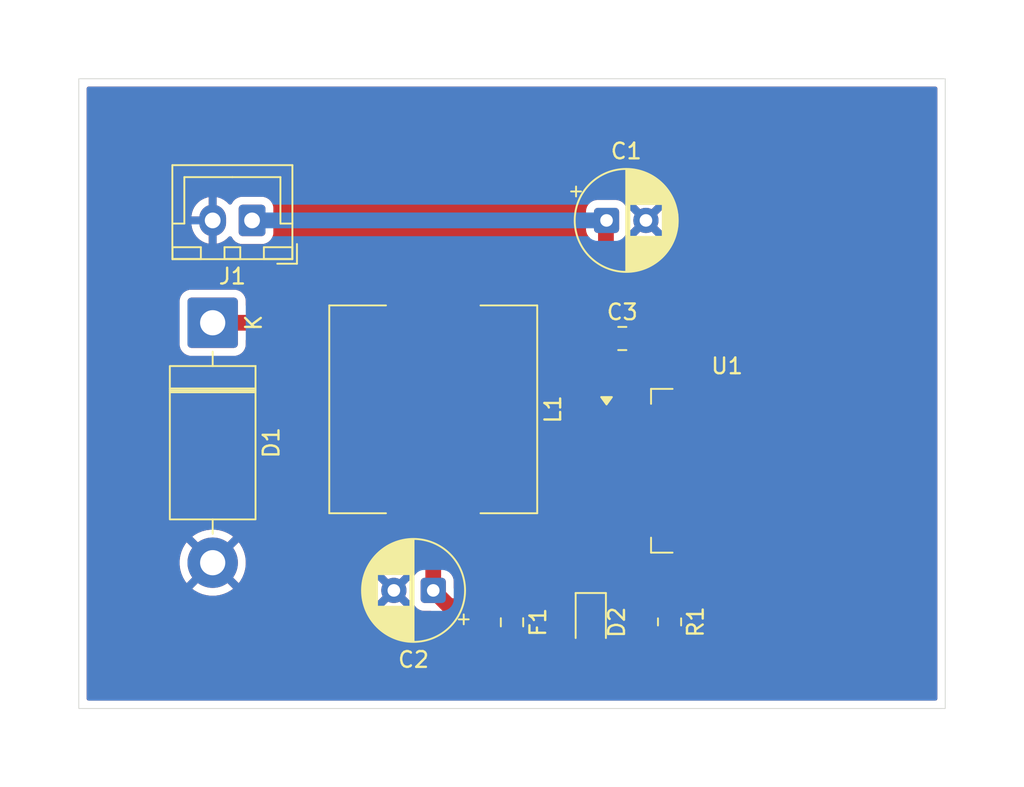
<source format=kicad_pcb>
(kicad_pcb (version 20241229) (generator "pcbnew") (generator_version "9.0")
  (layers (0 "F.Cu" signal) (2 "B.Cu" signal) (13 "F.Paste" user) (15 "B.Paste" user) (5 "F.SilkS" user "F.Silkscreen") (7 "B.SilkS" user "B.Silkscreen") (1 "F.Mask" user) (3 "B.Mask" user) (25 "Edge.Cuts" user))
  (net 0 "")
  (net 1 "GND")
  (net 2 "+12V")
  (net 3 "Net-(U1-FB)")
  (net 4 "Net-(D1-K)")
  (net 5 "+5V")
  (net 6 "Net-(D2-K)")
  (footprint "Package_TO_SOT_SMD:TO-263-5_TabPin3" (layer "F.Cu") (at 106.15 84.9)
    (property "Reference" "U1" (at 0 -6.65 0) (layer "F.SilkS"))
    (property "Value" "LM2575-5.0BU")
    (fp_line (start -4.825 -5.2) (end -4.825 -4.25) (stroke (width 0.12)) (layer "F.SilkS"))
    (fp_line (start -4.825 5.2) (end -4.825 4.25) (stroke (width 0.12)) (layer "F.SilkS"))
    (fp_line (start -3.46 -5.2) (end -4.825 -5.2) (stroke (width 0.12)) (layer "F.SilkS"))
    (fp_line (start -3.46 5.2) (end -4.825 5.2) (stroke (width 0.12)) (layer "F.SilkS"))
    (fp_poly (pts (xy -7.65 -4.21) (xy -7.99 -4.68) (xy -7.31 -4.68)) (stroke (width 0.12)) (fill yes) (layer "F.SilkS"))
    (pad "1" smd roundrect (at -7.65 -3.4) (size 4.6 1.1) (layers "F.Cu" "F.Mask" "F.Paste") (roundrect_rratio 0.227273) (net 2 "+12V"))
    (pad "2" smd roundrect (at -7.65 -1.7) (size 4.6 1.1) (layers "F.Cu" "F.Mask" "F.Paste") (roundrect_rratio 0.227273) (net 4 "Net-(D1-K)"))
    (pad "3" smd roundrect (at -7.65 0) (size 4.6 1.1) (layers "F.Cu" "F.Mask" "F.Paste") (roundrect_rratio 0.227273) (net 1 "GND"))
    (pad "3" smd roundrect (at 1.5 0) (size 9.4 10.8) (layers "F.Cu" "F.Mask") (roundrect_rratio 0.026596) (net 1 "GND"))
    (pad "4" smd roundrect (at -7.65 1.7) (size 4.6 1.1) (layers "F.Cu" "F.Mask" "F.Paste") (roundrect_rratio 0.227273) (net 3 "Net-(U1-FB)"))
    (pad "5" smd roundrect (at -7.65 3.4) (size 4.6 1.1) (layers "F.Cu" "F.Mask" "F.Paste") (roundrect_rratio 0.227273) (net 1 "GND"))
  )
  (footprint "Connector_JST:JST_XH_B2B-XH-A_1x02_P2.50mm_Vertical" (layer "F.Cu") (at 76 69 180)
    (property "Reference" "J1" (at 1.25 -3.55 0) (layer "F.SilkS"))
    (property "Value" "Conn_01x02")
    (fp_line (start 5.06 3.51) (end 5.06 -2.46) (stroke (width 0.12)) (layer "F.SilkS"))
    (fp_line (start 5.06 -2.46) (end -2.56 -2.46) (stroke (width 0.12)) (layer "F.SilkS"))
    (fp_line (start 5.05 -0.2) (end 4.3 -0.2) (stroke (width 0.12)) (layer "F.SilkS"))
    (fp_line (start 5.05 -1.7) (end 5.05 -2.45) (stroke (width 0.12)) (layer "F.SilkS"))
    (fp_line (start 5.05 -2.45) (end 3.25 -2.45) (stroke (width 0.12)) (layer "F.SilkS"))
    (fp_line (start 4.3 2.75) (end 1.25 2.75) (stroke (width 0.12)) (layer "F.SilkS"))
    (fp_line (start 4.3 -0.2) (end 4.3 2.75) (stroke (width 0.12)) (layer "F.SilkS"))
    (fp_line (start 3.25 -1.7) (end 5.05 -1.7) (stroke (width 0.12)) (layer "F.SilkS"))
    (fp_line (start 3.25 -2.45) (end 3.25 -1.7) (stroke (width 0.12)) (layer "F.SilkS"))
    (fp_line (start 1.75 -1.7) (end 1.75 -2.45) (stroke (width 0.12)) (layer "F.SilkS"))
    (fp_line (start 1.75 -2.45) (end 0.75 -2.45) (stroke (width 0.12)) (layer "F.SilkS"))
    (fp_line (start 0.75 -1.7) (end 1.75 -1.7) (stroke (width 0.12)) (layer "F.SilkS"))
    (fp_line (start 0.75 -2.45) (end 0.75 -1.7) (stroke (width 0.12)) (layer "F.SilkS"))
    (fp_line (start -0.75 -1.7) (end -0.75 -2.45) (stroke (width 0.12)) (layer "F.SilkS"))
    (fp_line (start -0.75 -2.45) (end -2.55 -2.45) (stroke (width 0.12)) (layer "F.SilkS"))
    (fp_line (start -1.6 -2.75) (end -2.85 -2.75) (stroke (width 0.12)) (layer "F.SilkS"))
    (fp_line (start -1.8 2.75) (end 1.25 2.75) (stroke (width 0.12)) (layer "F.SilkS"))
    (fp_line (start -1.8 -0.2) (end -1.8 2.75) (stroke (width 0.12)) (layer "F.SilkS"))
    (fp_line (start -2.55 -0.2) (end -1.8 -0.2) (stroke (width 0.12)) (layer "F.SilkS"))
    (fp_line (start -2.55 -1.7) (end -0.75 -1.7) (stroke (width 0.12)) (layer "F.SilkS"))
    (fp_line (start -2.55 -2.45) (end -2.55 -1.7) (stroke (width 0.12)) (layer "F.SilkS"))
    (fp_line (start -2.56 3.51) (end 5.06 3.51) (stroke (width 0.12)) (layer "F.SilkS"))
    (fp_line (start -2.56 -2.46) (end -2.56 3.51) (stroke (width 0.12)) (layer "F.SilkS"))
    (fp_line (start -2.85 -2.75) (end -2.85 -1.5) (stroke (width 0.12)) (layer "F.SilkS"))
    (pad "1" thru_hole roundrect (at 0 0 180) (size 1.7 2) (drill 1) (layers "*.Cu" "*.Mask") (roundrect_rratio 0.147059) (net 2 "+12V"))
    (pad "2" thru_hole oval (at 2.5 0 180) (size 1.7 2) (drill 1) (layers "*.Cu" "*.Mask") (net 1 "GND"))
  )
  (footprint "Diode_SMD:D_0805_2012Metric_Pad1.15x1.40mm_HandSolder" (layer "F.Cu") (at 97.5 94.525 -90)
    (property "Reference" "D2" (at 0 -1.65 90) (layer "F.SilkS"))
    (property "Value" "LED")
    (fp_line (start -1.86 0.96) (end 1 0.96) (stroke (width 0.12)) (layer "F.SilkS"))
    (fp_line (start -1.86 -0.96) (end -1.86 0.96) (stroke (width 0.12)) (layer "F.SilkS"))
    (fp_line (start 1 -0.96) (end -1.86 -0.96) (stroke (width 0.12)) (layer "F.SilkS"))
    (pad "1" smd roundrect (at -1.025 0 270) (size 1.15 1.4) (layers "F.Cu" "F.Mask" "F.Paste") (roundrect_rratio 0.217391) (net 6 "Net-(D2-K)"))
    (pad "2" smd roundrect (at 1.025 0 270) (size 1.15 1.4) (layers "F.Cu" "F.Mask" "F.Paste") (roundrect_rratio 0.217391) (net 5 "+5V"))
  )
  (footprint "Diode_THT:D_DO-201AD_P15.24mm_Horizontal" (layer "F.Cu") (at 73.5 75.5 -90)
    (property "Reference" "D1" (at 7.62 -3.72 90) (layer "F.SilkS"))
    (property "Value" "1N5822")
    (fp_line (start 1.84 0) (end 2.75 0) (stroke (width 0.12)) (layer "F.SilkS"))
    (fp_line (start 13.4 0) (end 12.49 0) (stroke (width 0.12)) (layer "F.SilkS"))
    (fp_line (start 4.175 -2.72) (end 4.175 2.72) (stroke (width 0.12)) (layer "F.SilkS"))
    (fp_line (start 4.295 -2.72) (end 4.295 2.72) (stroke (width 0.12)) (layer "F.SilkS"))
    (fp_line (start 4.415 -2.72) (end 4.415 2.72) (stroke (width 0.12)) (layer "F.SilkS"))
    (fp_rect (start 2.75 -2.72) (end 12.49 2.72) (stroke (width 0.12)) (fill no) (layer "F.SilkS"))
    (fp_text user "K" (at 0 -2.6 90) (layer "F.SilkS"))
    (pad "1" thru_hole roundrect (at 0 0 270) (size 3.2 3.2) (drill 1.6) (layers "*.Cu" "*.Mask") (roundrect_rratio 0.078125) (net 4 "Net-(D1-K)"))
    (pad "2" thru_hole circle (at 15.24 0 270) (size 3.2 3.2) (drill 1.6) (layers "*.Cu" "*.Mask") (net 1 "GND"))
  )
  (footprint "Fuse:Fuse_0805_2012Metric_Pad1.15x1.40mm_HandSolder" (layer "F.Cu") (at 92.5 94.525 -90)
    (property "Reference" "F1" (at 0 -1.65 90) (layer "F.SilkS"))
    (property "Value" "Fuse")
    (fp_line (start -0.261252 0.71) (end 0.261252 0.71) (stroke (width 0.12)) (layer "F.SilkS"))
    (fp_line (start -0.261252 -0.71) (end 0.261252 -0.71) (stroke (width 0.12)) (layer "F.SilkS"))
    (pad "1" smd roundrect (at -1.025 0 270) (size 1.15 1.4) (layers "F.Cu" "F.Mask" "F.Paste") (roundrect_rratio 0.217391) (net 3 "Net-(U1-FB)"))
    (pad "2" smd roundrect (at 1.025 0 270) (size 1.15 1.4) (layers "F.Cu" "F.Mask" "F.Paste") (roundrect_rratio 0.217391) (net 5 "+5V"))
  )
  (footprint "Resistor_SMD:R_0805_2012Metric_Pad1.20x1.40mm_HandSolder" (layer "F.Cu") (at 102.5 94.5 -90)
    (property "Reference" "R1" (at 0 -1.65 90) (layer "F.SilkS"))
    (property "Value" "1k")
    (fp_line (start -0.227064 0.735) (end 0.227064 0.735) (stroke (width 0.12)) (layer "F.SilkS"))
    (fp_line (start -0.227064 -0.735) (end 0.227064 -0.735) (stroke (width 0.12)) (layer "F.SilkS"))
    (pad "1" smd roundrect (at -1 0 270) (size 1.2 1.4) (layers "F.Cu" "F.Mask" "F.Paste") (roundrect_rratio 0.208333) (net 6 "Net-(D2-K)"))
    (pad "2" smd roundrect (at 1 0 270) (size 1.2 1.4) (layers "F.Cu" "F.Mask" "F.Paste") (roundrect_rratio 0.208333) (net 1 "GND"))
  )
  (footprint "Capacitor_SMD:C_0805_2012Metric_Pad1.18x1.45mm_HandSolder" (layer "F.Cu") (at 99.5 76.5)
    (property "Reference" "C3" (at 0 -1.68 0) (layer "F.SilkS"))
    (property "Value" "100nF")
    (fp_line (start -0.261252 -0.735) (end 0.261252 -0.735) (stroke (width 0.12)) (layer "F.SilkS"))
    (fp_line (start -0.261252 0.735) (end 0.261252 0.735) (stroke (width 0.12)) (layer "F.SilkS"))
    (pad "1" smd roundrect (at -1.0375 0) (size 1.175 1.45) (layers "F.Cu" "F.Mask" "F.Paste") (roundrect_rratio 0.212766) (net 2 "+12V"))
    (pad "2" smd roundrect (at 1.0375 0) (size 1.175 1.45) (layers "F.Cu" "F.Mask" "F.Paste") (roundrect_rratio 0.212766) (net 1 "GND"))
  )
  (footprint "Inductor_SMD:L_Neosid_SM-NE127_HandSoldering" (layer "F.Cu") (at 87.5 81 -90)
    (property "Reference" "L1" (at 0 -7.6 90) (layer "F.SilkS"))
    (property "Value" "330uH")
    (fp_line (start -6.6 6.6) (end -6.6 3) (stroke (width 0.12)) (layer "F.SilkS"))
    (fp_line (start 6.6 6.6) (end -6.6 6.6) (stroke (width 0.12)) (layer "F.SilkS"))
    (fp_line (start 6.6 3) (end 6.6 6.6) (stroke (width 0.12)) (layer "F.SilkS"))
    (fp_line (start -6.6 -3) (end -6.6 -6.6) (stroke (width 0.12)) (layer "F.SilkS"))
    (fp_line (start -6.6 -6.6) (end 6.6 -6.6) (stroke (width 0.12)) (layer "F.SilkS"))
    (fp_line (start 6.6 -6.6) (end 6.6 -3) (stroke (width 0.12)) (layer "F.SilkS"))
    (pad "1" smd rect (at -5.5 0 270) (size 3.9 5.4) (layers "F.Cu" "F.Mask" "F.Paste") (net 4 "Net-(D1-K)"))
    (pad "2" smd rect (at 5.5 0 270) (size 3.9 5.4) (layers "F.Cu" "F.Mask" "F.Paste") (net 3 "Net-(U1-FB)"))
  )
  (footprint "Capacitor_THT:CP_Radial_D6.3mm_P2.50mm" (layer "F.Cu") (at 87.5 92.5 180)
    (property "Reference" "C2" (at 1.25 -4.4 0) (layer "F.SilkS"))
    (property "Value" "330uF")
    (fp_line (start 4.49 -0.402) (end 4.49 0.402) (stroke (width 0.12)) (layer "F.SilkS"))
    (fp_line (start 4.45 -0.633) (end 4.45 0.633) (stroke (width 0.12)) (layer "F.SilkS"))
    (fp_line (start 4.41 -0.801) (end 4.41 0.801) (stroke (width 0.12)) (layer "F.SilkS"))
    (fp_line (start 4.37 -0.939) (end 4.37 0.939) (stroke (width 0.12)) (layer "F.SilkS"))
    (fp_line (start 4.33 -1.058) (end 4.33 1.058) (stroke (width 0.12)) (layer "F.SilkS"))
    (fp_line (start 4.29 -1.165) (end 4.29 1.165) (stroke (width 0.12)) (layer "F.SilkS"))
    (fp_line (start 4.25 -1.261) (end 4.25 1.261) (stroke (width 0.12)) (layer "F.SilkS"))
    (fp_line (start 4.21 -1.35) (end 4.21 1.35) (stroke (width 0.12)) (layer "F.SilkS"))
    (fp_line (start 4.17 -1.432) (end 4.17 1.432) (stroke (width 0.12)) (layer "F.SilkS"))
    (fp_line (start 4.13 -1.509) (end 4.13 1.509) (stroke (width 0.12)) (layer "F.SilkS"))
    (fp_line (start 4.09 -1.581) (end 4.09 1.581) (stroke (width 0.12)) (layer "F.SilkS"))
    (fp_line (start 4.05 -1.649) (end 4.05 1.649) (stroke (width 0.12)) (layer "F.SilkS"))
    (fp_line (start 4.01 -1.714) (end 4.01 1.714) (stroke (width 0.12)) (layer "F.SilkS"))
    (fp_line (start 3.97 -1.775) (end 3.97 1.775) (stroke (width 0.12)) (layer "F.SilkS"))
    (fp_line (start 3.93 -1.834) (end 3.93 1.834) (stroke (width 0.12)) (layer "F.SilkS"))
    (fp_line (start 3.89 -1.89) (end 3.89 1.89) (stroke (width 0.12)) (layer "F.SilkS"))
    (fp_line (start 3.85 -1.943) (end 3.85 1.943) (stroke (width 0.12)) (layer "F.SilkS"))
    (fp_line (start 3.81 -1.995) (end 3.81 1.995) (stroke (width 0.12)) (layer "F.SilkS"))
    (fp_line (start 3.77 -2.044) (end 3.77 2.044) (stroke (width 0.12)) (layer "F.SilkS"))
    (fp_line (start 3.73 -2.091) (end 3.73 2.091) (stroke (width 0.12)) (layer "F.SilkS"))
    (fp_line (start 3.69 -2.137) (end 3.69 2.137) (stroke (width 0.12)) (layer "F.SilkS"))
    (fp_line (start 3.65 -2.181) (end 3.65 2.181) (stroke (width 0.12)) (layer "F.SilkS"))
    (fp_line (start 3.61 -2.223) (end 3.61 2.223) (stroke (width 0.12)) (layer "F.SilkS"))
    (fp_line (start 3.57 -2.264) (end 3.57 2.264) (stroke (width 0.12)) (layer "F.SilkS"))
    (fp_line (start 3.53 1.04) (end 3.53 2.304) (stroke (width 0.12)) (layer "F.SilkS"))
    (fp_line (start 3.53 -2.304) (end 3.53 -1.04) (stroke (width 0.12)) (layer "F.SilkS"))
    (fp_line (start 3.49 1.04) (end 3.49 2.342) (stroke (width 0.12)) (layer "F.SilkS"))
    (fp_line (start 3.49 -2.342) (end 3.49 -1.04) (stroke (width 0.12)) (layer "F.SilkS"))
    (fp_line (start 3.45 1.04) (end 3.45 2.379) (stroke (width 0.12)) (layer "F.SilkS"))
    (fp_line (start 3.45 -2.379) (end 3.45 -1.04) (stroke (width 0.12)) (layer "F.SilkS"))
    (fp_line (start 3.41 1.04) (end 3.41 2.415) (stroke (width 0.12)) (layer "F.SilkS"))
    (fp_line (start 3.41 -2.415) (end 3.41 -1.04) (stroke (width 0.12)) (layer "F.SilkS"))
    (fp_line (start 3.37 1.04) (end 3.37 2.45) (stroke (width 0.12)) (layer "F.SilkS"))
    (fp_line (start 3.37 -2.45) (end 3.37 -1.04) (stroke (width 0.12)) (layer "F.SilkS"))
    (fp_line (start 3.33 1.04) (end 3.33 2.483) (stroke (width 0.12)) (layer "F.SilkS"))
    (fp_line (start 3.33 -2.483) (end 3.33 -1.04) (stroke (width 0.12)) (layer "F.SilkS"))
    (fp_line (start 3.29 1.04) (end 3.29 2.516) (stroke (width 0.12)) (layer "F.SilkS"))
    (fp_line (start 3.29 -2.516) (end 3.29 -1.04) (stroke (width 0.12)) (layer "F.SilkS"))
    (fp_line (start 3.25 1.04) (end 3.25 2.547) (stroke (width 0.12)) (layer "F.SilkS"))
    (fp_line (start 3.25 -2.547) (end 3.25 -1.04) (stroke (width 0.12)) (layer "F.SilkS"))
    (fp_line (start 3.21 1.04) (end 3.21 2.577) (stroke (width 0.12)) (layer "F.SilkS"))
    (fp_line (start 3.21 -2.577) (end 3.21 -1.04) (stroke (width 0.12)) (layer "F.SilkS"))
    (fp_line (start 3.17 1.04) (end 3.17 2.607) (stroke (width 0.12)) (layer "F.SilkS"))
    (fp_line (start 3.17 -2.607) (end 3.17 -1.04) (stroke (width 0.12)) (layer "F.SilkS"))
    (fp_line (start 3.13 1.04) (end 3.13 2.636) (stroke (width 0.12)) (layer "F.SilkS"))
    (fp_line (start 3.13 -2.636) (end 3.13 -1.04) (stroke (width 0.12)) (layer "F.SilkS"))
    (fp_line (start 3.09 1.04) (end 3.09 2.663) (stroke (width 0.12)) (layer "F.SilkS"))
    (fp_line (start 3.09 -2.663) (end 3.09 -1.04) (stroke (width 0.12)) (layer "F.SilkS"))
    (fp_line (start 3.05 1.04) (end 3.05 2.69) (stroke (width 0.12)) (layer "F.SilkS"))
    (fp_line (start 3.05 -2.69) (end 3.05 -1.04) (stroke (width 0.12)) (layer "F.SilkS"))
    (fp_line (start 3.01 1.04) (end 3.01 2.716) (stroke (width 0.12)) (layer "F.SilkS"))
    (fp_line (start 3.01 -2.716) (end 3.01 -1.04) (stroke (width 0.12)) (layer "F.SilkS"))
    (fp_line (start 2.97 1.04) (end 2.97 2.741) (stroke (width 0.12)) (layer "F.SilkS"))
    (fp_line (start 2.97 -2.741) (end 2.97 -1.04) (stroke (width 0.12)) (layer "F.SilkS"))
    (fp_line (start 2.93 1.04) (end 2.93 2.765) (stroke (width 0.12)) (layer "F.SilkS"))
    (fp_line (start 2.93 -2.765) (end 2.93 -1.04) (stroke (width 0.12)) (layer "F.SilkS"))
    (fp_line (start 2.89 1.04) (end 2.89 2.789) (stroke (width 0.12)) (layer "F.SilkS"))
    (fp_line (start 2.89 -2.789) (end 2.89 -1.04) (stroke (width 0.12)) (layer "F.SilkS"))
    (fp_line (start 2.85 1.04) (end 2.85 2.812) (stroke (width 0.12)) (layer "F.SilkS"))
    (fp_line (start 2.85 -2.812) (end 2.85 -1.04) (stroke (width 0.12)) (layer "F.SilkS"))
    (fp_line (start 2.81 1.04) (end 2.81 2.834) (stroke (width 0.12)) (layer "F.SilkS"))
    (fp_line (start 2.81 -2.834) (end 2.81 -1.04) (stroke (width 0.12)) (layer "F.SilkS"))
    (fp_line (start 2.77 1.04) (end 2.77 2.855) (stroke (width 0.12)) (layer "F.SilkS"))
    (fp_line (start 2.77 -2.855) (end 2.77 -1.04) (stroke (width 0.12)) (layer "F.SilkS"))
    (fp_line (start 2.73 1.04) (end 2.73 2.876) (stroke (width 0.12)) (layer "F.SilkS"))
    (fp_line (start 2.73 -2.876) (end 2.73 -1.04) (stroke (width 0.12)) (layer "F.SilkS"))
    (fp_line (start 2.69 1.04) (end 2.69 2.896) (stroke (width 0.12)) (layer "F.SilkS"))
    (fp_line (start 2.69 -2.896) (end 2.69 -1.04) (stroke (width 0.12)) (layer "F.SilkS"))
    (fp_line (start 2.65 1.04) (end 2.65 2.915) (stroke (width 0.12)) (layer "F.SilkS"))
    (fp_line (start 2.65 -2.915) (end 2.65 -1.04) (stroke (width 0.12)) (layer "F.SilkS"))
    (fp_line (start 2.61 1.04) (end 2.61 2.934) (stroke (width 0.12)) (layer "F.SilkS"))
    (fp_line (start 2.61 -2.934) (end 2.61 -1.04) (stroke (width 0.12)) (layer "F.SilkS"))
    (fp_line (start 2.57 1.04) (end 2.57 2.952) (stroke (width 0.12)) (layer "F.SilkS"))
    (fp_line (start 2.57 -2.952) (end 2.57 -1.04) (stroke (width 0.12)) (layer "F.SilkS"))
    (fp_line (start 2.53 1.04) (end 2.53 2.969) (stroke (width 0.12)) (layer "F.SilkS"))
    (fp_line (start 2.53 -2.969) (end 2.53 -1.04) (stroke (width 0.12)) (layer "F.SilkS"))
    (fp_line (start 2.49 1.04) (end 2.49 2.986) (stroke (width 0.12)) (layer "F.SilkS"))
    (fp_line (start 2.49 -2.986) (end 2.49 -1.04) (stroke (width 0.12)) (layer "F.SilkS"))
    (fp_line (start 2.45 1.04) (end 2.45 3.002) (stroke (width 0.12)) (layer "F.SilkS"))
    (fp_line (start 2.45 -3.002) (end 2.45 -1.04) (stroke (width 0.12)) (layer "F.SilkS"))
    (fp_line (start 2.41 1.04) (end 2.41 3.017) (stroke (width 0.12)) (layer "F.SilkS"))
    (fp_line (start 2.41 -3.017) (end 2.41 -1.04) (stroke (width 0.12)) (layer "F.SilkS"))
    (fp_line (start 2.37 1.04) (end 2.37 3.032) (stroke (width 0.12)) (layer "F.SilkS"))
    (fp_line (start 2.37 -3.032) (end 2.37 -1.04) (stroke (width 0.12)) (layer "F.SilkS"))
    (fp_line (start 2.33 1.04) (end 2.33 3.047) (stroke (width 0.12)) (layer "F.SilkS"))
    (fp_line (start 2.33 -3.047) (end 2.33 -1.04) (stroke (width 0.12)) (layer "F.SilkS"))
    (fp_line (start 2.29 1.04) (end 2.29 3.06) (stroke (width 0.12)) (layer "F.SilkS"))
    (fp_line (start 2.29 -3.06) (end 2.29 -1.04) (stroke (width 0.12)) (layer "F.SilkS"))
    (fp_line (start 2.25 1.04) (end 2.25 3.073) (stroke (width 0.12)) (layer "F.SilkS"))
    (fp_line (start 2.25 -3.073) (end 2.25 -1.04) (stroke (width 0.12)) (layer "F.SilkS"))
    (fp_line (start 2.21 1.04) (end 2.21 3.086) (stroke (width 0.12)) (layer "F.SilkS"))
    (fp_line (start 2.21 -3.086) (end 2.21 -1.04) (stroke (width 0.12)) (layer "F.SilkS"))
    (fp_line (start 2.17 1.04) (end 2.17 3.098) (stroke (width 0.12)) (layer "F.SilkS"))
    (fp_line (start 2.17 -3.098) (end 2.17 -1.04) (stroke (width 0.12)) (layer "F.SilkS"))
    (fp_line (start 2.13 1.04) (end 2.13 3.109) (stroke (width 0.12)) (layer "F.SilkS"))
    (fp_line (start 2.13 -3.109) (end 2.13 -1.04) (stroke (width 0.12)) (layer "F.SilkS"))
    (fp_line (start 2.09 1.04) (end 2.09 3.12) (stroke (width 0.12)) (layer "F.SilkS"))
    (fp_line (start 2.09 -3.12) (end 2.09 -1.04) (stroke (width 0.12)) (layer "F.SilkS"))
    (fp_line (start 2.05 1.04) (end 2.05 3.131) (stroke (width 0.12)) (layer "F.SilkS"))
    (fp_line (start 2.05 -3.131) (end 2.05 -1.04) (stroke (width 0.12)) (layer "F.SilkS"))
    (fp_line (start 2.01 1.04) (end 2.01 3.14) (stroke (width 0.12)) (layer "F.SilkS"))
    (fp_line (start 2.01 -3.14) (end 2.01 -1.04) (stroke (width 0.12)) (layer "F.SilkS"))
    (fp_line (start 1.97 1.04) (end 1.97 3.15) (stroke (width 0.12)) (layer "F.SilkS"))
    (fp_line (start 1.97 -3.15) (end 1.97 -1.04) (stroke (width 0.12)) (layer "F.SilkS"))
    (fp_line (start 1.93 1.04) (end 1.93 3.159) (stroke (width 0.12)) (layer "F.SilkS"))
    (fp_line (start 1.93 -3.159) (end 1.93 -1.04) (stroke (width 0.12)) (layer "F.SilkS"))
    (fp_line (start 1.89 1.04) (end 1.89 3.167) (stroke (width 0.12)) (layer "F.SilkS"))
    (fp_line (start 1.89 -3.167) (end 1.89 -1.04) (stroke (width 0.12)) (layer "F.SilkS"))
    (fp_line (start 1.85 1.04) (end 1.85 3.174) (stroke (width 0.12)) (layer "F.SilkS"))
    (fp_line (start 1.85 -3.174) (end 1.85 -1.04) (stroke (width 0.12)) (layer "F.SilkS"))
    (fp_line (start 1.81 1.04) (end 1.81 3.182) (stroke (width 0.12)) (layer "F.SilkS"))
    (fp_line (start 1.81 -3.182) (end 1.81 -1.04) (stroke (width 0.12)) (layer "F.SilkS"))
    (fp_line (start 1.77 1.04) (end 1.77 3.188) (stroke (width 0.12)) (layer "F.SilkS"))
    (fp_line (start 1.77 -3.188) (end 1.77 -1.04) (stroke (width 0.12)) (layer "F.SilkS"))
    (fp_line (start 1.73 1.04) (end 1.73 3.195) (stroke (width 0.12)) (layer "F.SilkS"))
    (fp_line (start 1.73 -3.195) (end 1.73 -1.04) (stroke (width 0.12)) (layer "F.SilkS"))
    (fp_line (start 1.69 1.04) (end 1.69 3.2) (stroke (width 0.12)) (layer "F.SilkS"))
    (fp_line (start 1.69 -3.2) (end 1.69 -1.04) (stroke (width 0.12)) (layer "F.SilkS"))
    (fp_line (start 1.65 1.04) (end 1.65 3.205) (stroke (width 0.12)) (layer "F.SilkS"))
    (fp_line (start 1.65 -3.205) (end 1.65 -1.04) (stroke (width 0.12)) (layer "F.SilkS"))
    (fp_line (start 1.61 1.04) (end 1.61 3.21) (stroke (width 0.12)) (layer "F.SilkS"))
    (fp_line (start 1.61 -3.21) (end 1.61 -1.04) (stroke (width 0.12)) (layer "F.SilkS"))
    (fp_line (start 1.57 1.04) (end 1.57 3.214) (stroke (width 0.12)) (layer "F.SilkS"))
    (fp_line (start 1.57 -3.214) (end 1.57 -1.04) (stroke (width 0.12)) (layer "F.SilkS"))
    (fp_line (start 1.53 1.04) (end 1.53 3.218) (stroke (width 0.12)) (layer "F.SilkS"))
    (fp_line (start 1.53 -3.218) (end 1.53 -1.04) (stroke (width 0.12)) (layer "F.SilkS"))
    (fp_line (start 1.49 1.04) (end 1.49 3.221) (stroke (width 0.12)) (layer "F.SilkS"))
    (fp_line (start 1.49 -3.221) (end 1.49 -1.04) (stroke (width 0.12)) (layer "F.SilkS"))
    (fp_line (start 1.45 -3.224) (end 1.45 3.224) (stroke (width 0.12)) (layer "F.SilkS"))
    (fp_line (start 1.41 -3.226) (end 1.41 3.226) (stroke (width 0.12)) (layer "F.SilkS"))
    (fp_line (start 1.37 -3.228) (end 1.37 3.228) (stroke (width 0.12)) (layer "F.SilkS"))
    (fp_line (start 1.33 -3.229) (end 1.33 3.229) (stroke (width 0.12)) (layer "F.SilkS"))
    (fp_line (start 1.29 -3.23) (end 1.29 3.23) (stroke (width 0.12)) (layer "F.SilkS"))
    (fp_line (start 1.25 -3.23) (end 1.25 3.23) (stroke (width 0.12)) (layer "F.SilkS"))
    (fp_line (start -1.935241 -2.154) (end -1.935241 -1.524) (stroke (width 0.12)) (layer "F.SilkS"))
    (fp_line (start -2.250241 -1.839) (end -1.620241 -1.839) (stroke (width 0.12)) (layer "F.SilkS"))
    (fp_circle (center 1.25 0) (end 4.52 0) (stroke (width 0.12)) (fill no) (layer "F.SilkS"))
    (pad "1" thru_hole roundrect (at 0 0 180) (size 1.6 1.6) (drill 0.8) (layers "*.Cu" "*.Mask") (roundrect_rratio 0.15625) (net 3 "Net-(U1-FB)"))
    (pad "2" thru_hole circle (at 2.5 0 180) (size 1.6 1.6) (drill 0.8) (layers "*.Cu" "*.Mask") (net 1 "GND"))
  )
  (footprint "Capacitor_THT:CP_Radial_D6.3mm_P2.50mm" (layer "F.Cu") (at 98.5 69)
    (property "Reference" "C1" (at 1.25 -4.4 0) (layer "F.SilkS"))
    (property "Value" "100uF")
    (fp_line (start -2.250241 -1.839) (end -1.620241 -1.839) (stroke (width 0.12)) (layer "F.SilkS"))
    (fp_line (start -1.935241 -2.154) (end -1.935241 -1.524) (stroke (width 0.12)) (layer "F.SilkS"))
    (fp_line (start 1.25 -3.23) (end 1.25 3.23) (stroke (width 0.12)) (layer "F.SilkS"))
    (fp_line (start 1.29 -3.23) (end 1.29 3.23) (stroke (width 0.12)) (layer "F.SilkS"))
    (fp_line (start 1.33 -3.229) (end 1.33 3.229) (stroke (width 0.12)) (layer "F.SilkS"))
    (fp_line (start 1.37 -3.228) (end 1.37 3.228) (stroke (width 0.12)) (layer "F.SilkS"))
    (fp_line (start 1.41 -3.226) (end 1.41 3.226) (stroke (width 0.12)) (layer "F.SilkS"))
    (fp_line (start 1.45 -3.224) (end 1.45 3.224) (stroke (width 0.12)) (layer "F.SilkS"))
    (fp_line (start 1.49 -3.221) (end 1.49 -1.04) (stroke (width 0.12)) (layer "F.SilkS"))
    (fp_line (start 1.49 1.04) (end 1.49 3.221) (stroke (width 0.12)) (layer "F.SilkS"))
    (fp_line (start 1.53 -3.218) (end 1.53 -1.04) (stroke (width 0.12)) (layer "F.SilkS"))
    (fp_line (start 1.53 1.04) (end 1.53 3.218) (stroke (width 0.12)) (layer "F.SilkS"))
    (fp_line (start 1.57 -3.214) (end 1.57 -1.04) (stroke (width 0.12)) (layer "F.SilkS"))
    (fp_line (start 1.57 1.04) (end 1.57 3.214) (stroke (width 0.12)) (layer "F.SilkS"))
    (fp_line (start 1.61 -3.21) (end 1.61 -1.04) (stroke (width 0.12)) (layer "F.SilkS"))
    (fp_line (start 1.61 1.04) (end 1.61 3.21) (stroke (width 0.12)) (layer "F.SilkS"))
    (fp_line (start 1.65 -3.205) (end 1.65 -1.04) (stroke (width 0.12)) (layer "F.SilkS"))
    (fp_line (start 1.65 1.04) (end 1.65 3.205) (stroke (width 0.12)) (layer "F.SilkS"))
    (fp_line (start 1.69 -3.2) (end 1.69 -1.04) (stroke (width 0.12)) (layer "F.SilkS"))
    (fp_line (start 1.69 1.04) (end 1.69 3.2) (stroke (width 0.12)) (layer "F.SilkS"))
    (fp_line (start 1.73 -3.195) (end 1.73 -1.04) (stroke (width 0.12)) (layer "F.SilkS"))
    (fp_line (start 1.73 1.04) (end 1.73 3.195) (stroke (width 0.12)) (layer "F.SilkS"))
    (fp_line (start 1.77 -3.188) (end 1.77 -1.04) (stroke (width 0.12)) (layer "F.SilkS"))
    (fp_line (start 1.77 1.04) (end 1.77 3.188) (stroke (width 0.12)) (layer "F.SilkS"))
    (fp_line (start 1.81 -3.182) (end 1.81 -1.04) (stroke (width 0.12)) (layer "F.SilkS"))
    (fp_line (start 1.81 1.04) (end 1.81 3.182) (stroke (width 0.12)) (layer "F.SilkS"))
    (fp_line (start 1.85 -3.174) (end 1.85 -1.04) (stroke (width 0.12)) (layer "F.SilkS"))
    (fp_line (start 1.85 1.04) (end 1.85 3.174) (stroke (width 0.12)) (layer "F.SilkS"))
    (fp_line (start 1.89 -3.167) (end 1.89 -1.04) (stroke (width 0.12)) (layer "F.SilkS"))
    (fp_line (start 1.89 1.04) (end 1.89 3.167) (stroke (width 0.12)) (layer "F.SilkS"))
    (fp_line (start 1.93 -3.159) (end 1.93 -1.04) (stroke (width 0.12)) (layer "F.SilkS"))
    (fp_line (start 1.93 1.04) (end 1.93 3.159) (stroke (width 0.12)) (layer "F.SilkS"))
    (fp_line (start 1.97 -3.15) (end 1.97 -1.04) (stroke (width 0.12)) (layer "F.SilkS"))
    (fp_line (start 1.97 1.04) (end 1.97 3.15) (stroke (width 0.12)) (layer "F.SilkS"))
    (fp_line (start 2.01 -3.14) (end 2.01 -1.04) (stroke (width 0.12)) (layer "F.SilkS"))
    (fp_line (start 2.01 1.04) (end 2.01 3.14) (stroke (width 0.12)) (layer "F.SilkS"))
    (fp_line (start 2.05 -3.131) (end 2.05 -1.04) (stroke (width 0.12)) (layer "F.SilkS"))
    (fp_line (start 2.05 1.04) (end 2.05 3.131) (stroke (width 0.12)) (layer "F.SilkS"))
    (fp_line (start 2.09 -3.12) (end 2.09 -1.04) (stroke (width 0.12)) (layer "F.SilkS"))
    (fp_line (start 2.09 1.04) (end 2.09 3.12) (stroke (width 0.12)) (layer "F.SilkS"))
    (fp_line (start 2.13 -3.109) (end 2.13 -1.04) (stroke (width 0.12)) (layer "F.SilkS"))
    (fp_line (start 2.13 1.04) (end 2.13 3.109) (stroke (width 0.12)) (layer "F.SilkS"))
    (fp_line (start 2.17 -3.098) (end 2.17 -1.04) (stroke (width 0.12)) (layer "F.SilkS"))
    (fp_line (start 2.17 1.04) (end 2.17 3.098) (stroke (width 0.12)) (layer "F.SilkS"))
    (fp_line (start 2.21 -3.086) (end 2.21 -1.04) (stroke (width 0.12)) (layer "F.SilkS"))
    (fp_line (start 2.21 1.04) (end 2.21 3.086) (stroke (width 0.12)) (layer "F.SilkS"))
    (fp_line (start 2.25 -3.073) (end 2.25 -1.04) (stroke (width 0.12)) (layer "F.SilkS"))
    (fp_line (start 2.25 1.04) (end 2.25 3.073) (stroke (width 0.12)) (layer "F.SilkS"))
    (fp_line (start 2.29 -3.06) (end 2.29 -1.04) (stroke (width 0.12)) (layer "F.SilkS"))
    (fp_line (start 2.29 1.04) (end 2.29 3.06) (stroke (width 0.12)) (layer "F.SilkS"))
    (fp_line (start 2.33 -3.047) (end 2.33 -1.04) (stroke (width 0.12)) (layer "F.SilkS"))
    (fp_line (start 2.33 1.04) (end 2.33 3.047) (stroke (width 0.12)) (layer "F.SilkS"))
    (fp_line (start 2.37 -3.032) (end 2.37 -1.04) (stroke (width 0.12)) (layer "F.SilkS"))
    (fp_line (start 2.37 1.04) (end 2.37 3.032) (stroke (width 0.12)) (layer "F.SilkS"))
    (fp_line (start 2.41 -3.017) (end 2.41 -1.04) (stroke (width 0.12)) (layer "F.SilkS"))
    (fp_line (start 2.41 1.04) (end 2.41 3.017) (stroke (width 0.12)) (layer "F.SilkS"))
    (fp_line (start 2.45 -3.002) (end 2.45 -1.04) (stroke (width 0.12)) (layer "F.SilkS"))
    (fp_line (start 2.45 1.04) (end 2.45 3.002) (stroke (width 0.12)) (layer "F.SilkS"))
    (fp_line (start 2.49 -2.986) (end 2.49 -1.04) (stroke (width 0.12)) (layer "F.SilkS"))
    (fp_line (start 2.49 1.04) (end 2.49 2.986) (stroke (width 0.12)) (layer "F.SilkS"))
    (fp_line (start 2.53 -2.969) (end 2.53 -1.04) (stroke (width 0.12)) (layer "F.SilkS"))
    (fp_line (start 2.53 1.04) (end 2.53 2.969) (stroke (width 0.12)) (layer "F.SilkS"))
    (fp_line (start 2.57 -2.952) (end 2.57 -1.04) (stroke (width 0.12)) (layer "F.SilkS"))
    (fp_line (start 2.57 1.04) (end 2.57 2.952) (stroke (width 0.12)) (layer "F.SilkS"))
    (fp_line (start 2.61 -2.934) (end 2.61 -1.04) (stroke (width 0.12)) (layer "F.SilkS"))
    (fp_line (start 2.61 1.04) (end 2.61 2.934) (stroke (width 0.12)) (layer "F.SilkS"))
    (fp_line (start 2.65 -2.915) (end 2.65 -1.04) (stroke (width 0.12)) (layer "F.SilkS"))
    (fp_line (start 2.65 1.04) (end 2.65 2.915) (stroke (width 0.12)) (layer "F.SilkS"))
    (fp_line (start 2.69 -2.896) (end 2.69 -1.04) (stroke (width 0.12)) (layer "F.SilkS"))
    (fp_line (start 2.69 1.04) (end 2.69 2.896) (stroke (width 0.12)) (layer "F.SilkS"))
    (fp_line (start 2.73 -2.876) (end 2.73 -1.04) (stroke (width 0.12)) (layer "F.SilkS"))
    (fp_line (start 2.73 1.04) (end 2.73 2.876) (stroke (width 0.12)) (layer "F.SilkS"))
    (fp_line (start 2.77 -2.855) (end 2.77 -1.04) (stroke (width 0.12)) (layer "F.SilkS"))
    (fp_line (start 2.77 1.04) (end 2.77 2.855) (stroke (width 0.12)) (layer "F.SilkS"))
    (fp_line (start 2.81 -2.834) (end 2.81 -1.04) (stroke (width 0.12)) (layer "F.SilkS"))
    (fp_line (start 2.81 1.04) (end 2.81 2.834) (stroke (width 0.12)) (layer "F.SilkS"))
    (fp_line (start 2.85 -2.812) (end 2.85 -1.04) (stroke (width 0.12)) (layer "F.SilkS"))
    (fp_line (start 2.85 1.04) (end 2.85 2.812) (stroke (width 0.12)) (layer "F.SilkS"))
    (fp_line (start 2.89 -2.789) (end 2.89 -1.04) (stroke (width 0.12)) (layer "F.SilkS"))
    (fp_line (start 2.89 1.04) (end 2.89 2.789) (stroke (width 0.12)) (layer "F.SilkS"))
    (fp_line (start 2.93 -2.765) (end 2.93 -1.04) (stroke (width 0.12)) (layer "F.SilkS"))
    (fp_line (start 2.93 1.04) (end 2.93 2.765) (stroke (width 0.12)) (layer "F.SilkS"))
    (fp_line (start 2.97 -2.741) (end 2.97 -1.04) (stroke (width 0.12)) (layer "F.SilkS"))
    (fp_line (start 2.97 1.04) (end 2.97 2.741) (stroke (width 0.12)) (layer "F.SilkS"))
    (fp_line (start 3.01 -2.716) (end 3.01 -1.04) (stroke (width 0.12)) (layer "F.SilkS"))
    (fp_line (start 3.01 1.04) (end 3.01 2.716) (stroke (width 0.12)) (layer "F.SilkS"))
    (fp_line (start 3.05 -2.69) (end 3.05 -1.04) (stroke (width 0.12)) (layer "F.SilkS"))
    (fp_line (start 3.05 1.04) (end 3.05 2.69) (stroke (width 0.12)) (layer "F.SilkS"))
    (fp_line (start 3.09 -2.663) (end 3.09 -1.04) (stroke (width 0.12)) (layer "F.SilkS"))
    (fp_line (start 3.09 1.04) (end 3.09 2.663) (stroke (width 0.12)) (layer "F.SilkS"))
    (fp_line (start 3.13 -2.636) (end 3.13 -1.04) (stroke (width 0.12)) (layer "F.SilkS"))
    (fp_line (start 3.13 1.04) (end 3.13 2.636) (stroke (width 0.12)) (layer "F.SilkS"))
    (fp_line (start 3.17 -2.607) (end 3.17 -1.04) (stroke (width 0.12)) (layer "F.SilkS"))
    (fp_line (start 3.17 1.04) (end 3.17 2.607) (stroke (width 0.12)) (layer "F.SilkS"))
    (fp_line (start 3.21 -2.577) (end 3.21 -1.04) (stroke (width 0.12)) (layer "F.SilkS"))
    (fp_line (start 3.21 1.04) (end 3.21 2.577) (stroke (width 0.12)) (layer "F.SilkS"))
    (fp_line (start 3.25 -2.547) (end 3.25 -1.04) (stroke (width 0.12)) (layer "F.SilkS"))
    (fp_line (start 3.25 1.04) (end 3.25 2.547) (stroke (width 0.12)) (layer "F.SilkS"))
    (fp_line (start 3.29 -2.516) (end 3.29 -1.04) (stroke (width 0.12)) (layer "F.SilkS"))
    (fp_line (start 3.29 1.04) (end 3.29 2.516) (stroke (width 0.12)) (layer "F.SilkS"))
    (fp_line (start 3.33 -2.483) (end 3.33 -1.04) (stroke (width 0.12)) (layer "F.SilkS"))
    (fp_line (start 3.33 1.04) (end 3.33 2.483) (stroke (width 0.12)) (layer "F.SilkS"))
    (fp_line (start 3.37 -2.45) (end 3.37 -1.04) (stroke (width 0.12)) (layer "F.SilkS"))
    (fp_line (start 3.37 1.04) (end 3.37 2.45) (stroke (width 0.12)) (layer "F.SilkS"))
    (fp_line (start 3.41 -2.415) (end 3.41 -1.04) (stroke (width 0.12)) (layer "F.SilkS"))
    (fp_line (start 3.41 1.04) (end 3.41 2.415) (stroke (width 0.12)) (layer "F.SilkS"))
    (fp_line (start 3.45 -2.379) (end 3.45 -1.04) (stroke (width 0.12)) (layer "F.SilkS"))
    (fp_line (start 3.45 1.04) (end 3.45 2.379) (stroke (width 0.12)) (layer "F.SilkS"))
    (fp_line (start 3.49 -2.342) (end 3.49 -1.04) (stroke (width 0.12)) (layer "F.SilkS"))
    (fp_line (start 3.49 1.04) (end 3.49 2.342) (stroke (width 0.12)) (layer "F.SilkS"))
    (fp_line (start 3.53 -2.304) (end 3.53 -1.04) (stroke (width 0.12)) (layer "F.SilkS"))
    (fp_line (start 3.53 1.04) (end 3.53 2.304) (stroke (width 0.12)) (layer "F.SilkS"))
    (fp_line (start 3.57 -2.264) (end 3.57 2.264) (stroke (width 0.12)) (layer "F.SilkS"))
    (fp_line (start 3.61 -2.223) (end 3.61 2.223) (stroke (width 0.12)) (layer "F.SilkS"))
    (fp_line (start 3.65 -2.181) (end 3.65 2.181) (stroke (width 0.12)) (layer "F.SilkS"))
    (fp_line (start 3.69 -2.137) (end 3.69 2.137) (stroke (width 0.12)) (layer "F.SilkS"))
    (fp_line (start 3.73 -2.091) (end 3.73 2.091) (stroke (width 0.12)) (layer "F.SilkS"))
    (fp_line (start 3.77 -2.044) (end 3.77 2.044) (stroke (width 0.12)) (layer "F.SilkS"))
    (fp_line (start 3.81 -1.995) (end 3.81 1.995) (stroke (width 0.12)) (layer "F.SilkS"))
    (fp_line (start 3.85 -1.943) (end 3.85 1.943) (stroke (width 0.12)) (layer "F.SilkS"))
    (fp_line (start 3.89 -1.89) (end 3.89 1.89) (stroke (width 0.12)) (layer "F.SilkS"))
    (fp_line (start 3.93 -1.834) (end 3.93 1.834) (stroke (width 0.12)) (layer "F.SilkS"))
    (fp_line (start 3.97 -1.775) (end 3.97 1.775) (stroke (width 0.12)) (layer "F.SilkS"))
    (fp_line (start 4.01 -1.714) (end 4.01 1.714) (stroke (width 0.12)) (layer "F.SilkS"))
    (fp_line (start 4.05 -1.649) (end 4.05 1.649) (stroke (width 0.12)) (layer "F.SilkS"))
    (fp_line (start 4.09 -1.581) (end 4.09 1.581) (stroke (width 0.12)) (layer "F.SilkS"))
    (fp_line (start 4.13 -1.509) (end 4.13 1.509) (stroke (width 0.12)) (layer "F.SilkS"))
    (fp_line (start 4.17 -1.432) (end 4.17 1.432) (stroke (width 0.12)) (layer "F.SilkS"))
    (fp_line (start 4.21 -1.35) (end 4.21 1.35) (stroke (width 0.12)) (layer "F.SilkS"))
    (fp_line (start 4.25 -1.261) (end 4.25 1.261) (stroke (width 0.12)) (layer "F.SilkS"))
    (fp_line (start 4.29 -1.165) (end 4.29 1.165) (stroke (width 0.12)) (layer "F.SilkS"))
    (fp_line (start 4.33 -1.058) (end 4.33 1.058) (stroke (width 0.12)) (layer "F.SilkS"))
    (fp_line (start 4.37 -0.939) (end 4.37 0.939) (stroke (width 0.12)) (layer "F.SilkS"))
    (fp_line (start 4.41 -0.801) (end 4.41 0.801) (stroke (width 0.12)) (layer "F.SilkS"))
    (fp_line (start 4.45 -0.633) (end 4.45 0.633) (stroke (width 0.12)) (layer "F.SilkS"))
    (fp_line (start 4.49 -0.402) (end 4.49 0.402) (stroke (width 0.12)) (layer "F.SilkS"))
    (fp_circle (center 1.25 0) (end 4.52 0) (stroke (width 0.12)) (fill no) (layer "F.SilkS"))
    (pad "1" thru_hole roundrect (at 0 0) (size 1.6 1.6) (drill 0.8) (layers "*.Cu" "*.Mask") (roundrect_rratio 0.15625) (net 2 "+12V"))
    (pad "2" thru_hole circle (at 2.5 0) (size 1.6 1.6) (drill 0.8) (layers "*.Cu" "*.Mask") (net 1 "GND"))
  )
  (gr_rect (start 65 60) (end 120 100) (stroke (width 0.05)) (fill no) (layer "Edge.Cuts"))
  (segment (start 98.4625 76.5) (end 98.4625 69.0375) (width 1) (layer "F.Cu") (net 2))
  (segment (start 98.4625 81.4625) (end 98.5 81.5) (width 1) (layer "F.Cu") (net 2))
  (segment (start 98.4625 76.5) (end 98.4625 81.4625) (width 1) (layer "F.Cu") (net 2))
  (segment (start 98.4625 69.0375) (end 98.5 69) (width 1) (layer "F.Cu") (net 2))
  (segment (start 98.5 76.5375) (end 98.4625 76.5) (width 1) (layer "F.Cu") (net 2))
  (segment (start 76 69) (end 98.5 69) (width 1) (layer "B.Cu") (net 2))
  (segment (start 87.5 86.5) (end 89 86.5) (width 1) (layer "F.Cu") (net 3))
  (segment (start 89 86.5) (end 89.1 86.6) (width 1) (layer "F.Cu") (net 3))
  (segment (start 92.5 93.5) (end 88.5 93.5) (width 1) (layer "F.Cu") (net 3))
  (segment (start 88.5 93.5) (end 87.5 92.5) (width 1) (layer "F.Cu") (net 3))
  (segment (start 89.1 86.6) (end 98.5 86.6) (width 1) (layer "F.Cu") (net 3))
  (segment (start 87.5 86.5) (end 87.5 92.5) (width 1) (layer "F.Cu") (net 3))
  (segment (start 92.5 75.5) (end 87.5 75.5) (width 1) (layer "F.Cu") (net 4))
  (segment (start 96.498156 83.2) (end 95 81.701844) (width 1) (layer "F.Cu") (net 4))
  (segment (start 87.5 75.5) (end 73.5 75.5) (width 1) (layer "F.Cu") (net 4))
  (segment (start 95 81.701844) (end 95 78) (width 1) (layer "F.Cu") (net 4))
  (segment (start 95 78) (end 92.5 75.5) (width 1) (layer "F.Cu") (net 4))
  (segment (start 98.5 83.2) (end 96.498156 83.2) (width 1) (layer "F.Cu") (net 4))
  (segment (start 97.5 95.55) (end 92.5 95.55) (width 1) (layer "F.Cu") (net 5))
  (segment (start 97.5 93.5) (end 102.5 93.5) (width 1) (layer "F.Cu") (net 6))
  (zone (net 1) (net_name "GND") (layers "F.Cu" "B.Cu") (connect_pads (clearance 0.5)) (min_thickness 0.25) (fill yes (thermal_gap 0.5) (thermal_bridge_width 0.5))
    (polygon (pts (xy 125 55) (xy 60 55) (xy 60 105) (xy 125 105)))
  )
)
</source>
